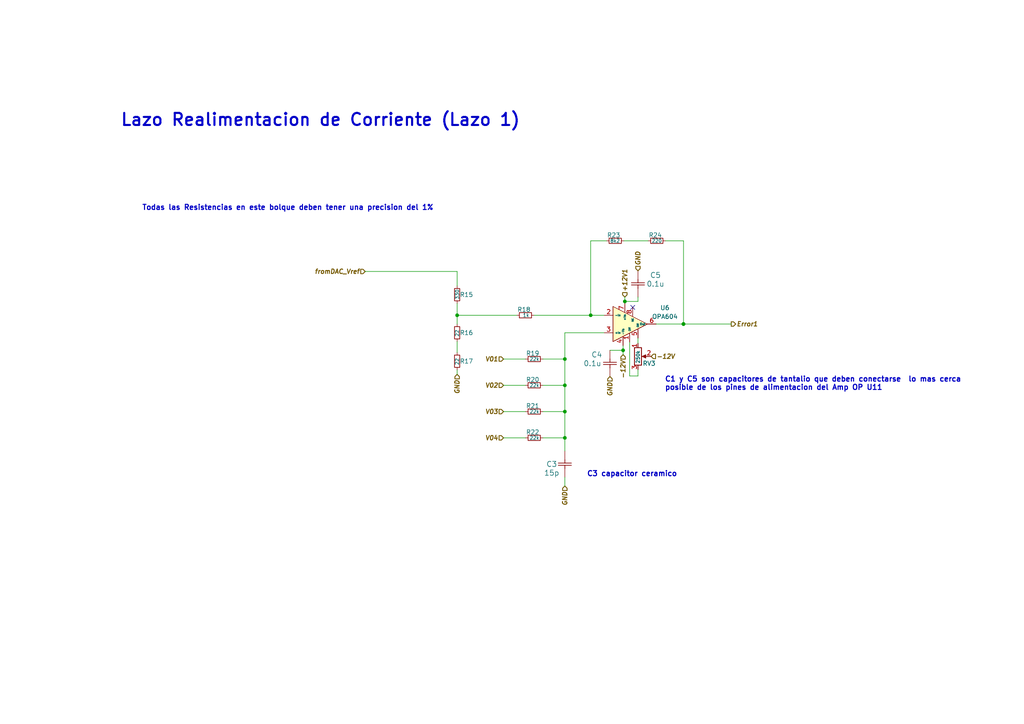
<source format=kicad_sch>
(kicad_sch (version 20211123) (generator eeschema)
  (paper "A4")
  (lib_symbols
    (symbol "CEDCp:OPA604"
      (property "Reference" "U" (at -3.81 6.096 0))
      (property "Value" "OPA604" (at 8.636 -4.064 0))
      (symbol "OPA604_0_1"
        (polyline (pts (xy -3.81 4.572) (xy -3.81 -5.588) (xy 6.223 -0.508)))
        (polyline (pts (xy -3.81 4.572) (xy 6.096 -0.508) (xy -3.81 -5.588) (xy -3.81 4.572) (xy 6.096 -0.508)) (fill (type background)))
      )
      (symbol "OPA604_1_1"
        (pin input line (at 1.016 -5.715 90) (length 2.54) (name "Off") (number "1"))
        (pin input line (at -6.35 2.032 0) (length 2.54) (name "-In") (number "2"))
        (pin input line (at -6.35 -3.048 0) (length 2.54) (name "+In") (number "3"))
        (pin input line (at -0.889 -6.731 90) (length 2.54) (name "-Vs") (number "4"))
        (pin input line (at 3.429 -4.572 90) (length 2.54) (name "Off") (number "5"))
        (pin input line (at 8.6868 -0.508 180) (length 2.54) (name "Out") (number "6"))
        (pin input line (at -0.381 5.461 270) (length 2.54) (name "+Vs") (number "7"))
        (pin input line (at 1.905 4.318 270) (length 2.54) (name "NC") (number "8"))
      )
    )
    (symbol "Capacitor_2:C315C222K1R5CA" (pin_numbers hide) (pin_names (offset 1.651) hide)
      (property "Reference" "C" (at 3.81 3.81 0))
      (property "Value" "Capacitor_2_C315C222K1R5CA" (at 3.81 -7.62 0))
      (symbol "C315C222K1R5CA_1_1"
        (polyline (pts (xy 2.54 0) (xy 3.4798 0)) (stroke (width 0.2032)))
        (polyline (pts (xy 3.4798 -1.905) (xy 3.4798 1.905)) (stroke (width 0.2032)))
        (polyline (pts (xy 4.1148 -1.905) (xy 4.1148 1.905)) (stroke (width 0.2032)))
        (polyline (pts (xy 4.1148 0) (xy 5.08 0)) (stroke (width 0.2032)))
        (pin unspecified line (at 0 0 0) (length 2.54) (name "1") (number "1"))
        (pin unspecified line (at 7.62 0 180) (length 2.54) (name "2") (number "2"))
      )
    )
    (symbol "Device:R_Potentiometer" (pin_names (offset 1.016) hide)
      (property "Reference" "RV" (at -4.445 0 90))
      (property "Value" "R_Potentiometer" (at -2.54 0 90))
      (symbol "R_Potentiometer_0_1"
        (polyline (pts (xy 2.54 0) (xy 1.524 0)))
        (polyline (pts (xy 1.143 0) (xy 2.286 0.508) (xy 2.286 -0.508) (xy 1.143 0)) (fill (type outline)))
        (rectangle (start 1.016 2.54) (end -1.016 -2.54) (stroke (width 0.254)))
      )
      (symbol "R_Potentiometer_1_1"
        (pin passive line (at 0 3.81 270) (length 1.27) (name "1") (number "1"))
        (pin passive line (at 3.81 0 180) (length 1.27) (name "2") (number "2"))
        (pin passive line (at 0 -3.81 90) (length 1.27) (name "3") (number "3"))
      )
    )
    (symbol "Device:R_Small" (pin_numbers hide) (pin_names (offset 0.254) hide)
      (property "Reference" "R" (at 0.762 0.508 0))
      (property "Value" "R_Small" (at 0.762 -1.016 0))
      (symbol "R_Small_0_1"
        (rectangle (start -0.762 1.778) (end 0.762 -1.778) (stroke (width 0.2032)))
      )
      (symbol "R_Small_1_1"
        (pin passive line (at 0 2.54 270) (length 0.762) (name "~") (number "1"))
        (pin passive line (at 0 -2.54 90) (length 0.762) (name "~") (number "2"))
      )
    )
  )
  (junction (at 171.323 91.44))
  (junction (at 181.229 87.4268))
  (junction (at 163.83 104.14))
  (junction (at 198.247 93.98))
  (junction (at 163.83 111.76))
  (junction (at 198.2216 93.98))
  (junction (at 163.83 119.38))
  (junction (at 180.721 101.6))
  (junction (at 163.83 127))
  (junction (at 132.588 91.44))
  (no_connect (at 183.515 89.154))
  (wire (pts (xy 181.229 86.1568) (xy 181.229 87.4268)))
  (wire (pts (xy 182.626 109.0422) (xy 185.039 109.0422)))
  (wire (pts (xy 146.05 127) (xy 152.4 127)))
  (wire (pts (xy 132.588 88.011) (xy 132.588 91.44)))
  (wire (pts (xy 154.94 91.44) (xy 171.323 91.44)))
  (wire (pts (xy 146.05 119.38) (xy 152.4 119.38)))
  (wire (pts (xy 185.039 87.4268) (xy 181.229 87.4268)))
  (wire (pts (xy 171.323 91.44) (xy 175.26 91.44)))
  (wire (pts (xy 190.2968 93.98) (xy 198.2216 93.98)))
  (wire (pts (xy 132.588 78.74) (xy 132.588 82.931)))
  (wire (pts (xy 132.588 99.06) (xy 132.588 102.235)))
  (wire (pts (xy 157.48 111.76) (xy 163.83 111.76)))
  (wire (pts (xy 163.83 119.38) (xy 163.83 127)))
  (wire (pts (xy 175.26 96.52) (xy 163.83 96.52)))
  (wire (pts (xy 157.48 119.38) (xy 163.83 119.38)))
  (wire (pts (xy 180.721 100.203) (xy 180.721 101.6)))
  (wire (pts (xy 181.229 87.4268) (xy 181.229 88.011)))
  (wire (pts (xy 185.039 98.044) (xy 185.039 99.568)))
  (wire (pts (xy 157.48 127) (xy 163.83 127)))
  (wire (pts (xy 132.588 91.44) (xy 132.588 93.98)))
  (wire (pts (xy 105.918 78.74) (xy 132.588 78.74)))
  (wire (pts (xy 163.83 138.43) (xy 163.83 140.97)))
  (wire (pts (xy 198.247 93.98) (xy 212.09 93.98)))
  (wire (pts (xy 182.626 99.187) (xy 182.626 109.0422)))
  (wire (pts (xy 180.975 69.85) (xy 187.96 69.85)))
  (wire (pts (xy 157.48 104.14) (xy 163.83 104.14)))
  (wire (pts (xy 163.83 127) (xy 163.83 130.81)))
  (wire (pts (xy 175.895 69.85) (xy 171.323 69.85)))
  (wire (pts (xy 193.04 69.85) (xy 198.247 69.85)))
  (wire (pts (xy 185.039 107.188) (xy 185.039 109.0422)))
  (wire (pts (xy 198.247 69.85) (xy 198.247 93.98)))
  (wire (pts (xy 163.83 96.52) (xy 163.83 104.14)))
  (wire (pts (xy 146.05 111.76) (xy 152.4 111.76)))
  (wire (pts (xy 163.83 111.76) (xy 163.83 119.38)))
  (wire (pts (xy 185.039 86.1568) (xy 185.039 87.4268)))
  (wire (pts (xy 132.588 91.44) (xy 149.86 91.44)))
  (wire (pts (xy 180.721 102.87) (xy 180.721 101.6)))
  (wire (pts (xy 163.83 104.14) (xy 163.83 111.76)))
  (wire (pts (xy 146.05 104.14) (xy 152.4 104.14)))
  (wire (pts (xy 180.721 101.6) (xy 176.911 101.6)))
  (wire (pts (xy 132.588 107.315) (xy 132.588 108.585)))
  (wire (pts (xy 171.323 69.85) (xy 171.323 91.44)))
  (text "C3 capacitor ceramico" (at 170.18 138.43 0) (effects (font (size 1.4986 1.4986) (thickness 0.2997) bold) (justify left bottom)))
  (text "Lazo Realimentacion de Corriente (Lazo 1)" (at 34.798 36.957 0) (effects (font (size 3.5 3.5) (thickness 0.5994) bold) (justify left bottom)))
  (text "Todas las Resistencias en este bolque deben tener una precision del 1%" (at 41.148 61.214 0) (effects (font (size 1.4986 1.4986) (thickness 0.2997) bold) (justify left bottom)))
  (text "C1 y C5 son capacitores de tantalio que deben conectarse  lo mas cerca\nposible de los pines de alimentacion del Amp OP U11" (at 192.786 113.411 0) (effects (font (size 1.4986 1.4986) (thickness 0.2997) bold) (justify left bottom)))
  (hierarchical_label "V01" (shape input) (at 146.05 104.14 180) (effects (font (size 1.2954 1.2954) (thickness 0.2591) bold italic)))
  (hierarchical_label "GND" (shape input) (at 163.83 140.97 270) (effects (font (size 1.2954 1.2954) (thickness 0.2591) bold italic)))
  (hierarchical_label "V03" (shape input) (at 146.05 119.38 180) (effects (font (size 1.2954 1.2954) (thickness 0.2591) bold italic)))
  (hierarchical_label "fromDAC_Vref" (shape input) (at 105.918 78.74 180) (effects (font (size 1.2954 1.2954) (thickness 0.2591) bold italic)))
  (hierarchical_label "-12V" (shape input) (at 180.721 102.87 270) (effects (font (size 1.2954 1.2954) (thickness 0.2591) bold italic)))
  (hierarchical_label "+12V1" (shape input) (at 181.229 86.1568 90) (effects (font (size 1.2954 1.2954) (thickness 0.2591) bold italic)))
  (hierarchical_label "V02" (shape input) (at 146.05 111.76 180) (effects (font (size 1.2954 1.2954) (thickness 0.2591) bold italic)))
  (hierarchical_label "Error1" (shape output) (at 212.09 93.98 0) (effects (font (size 1.2954 1.2954) (thickness 0.2591) bold italic)))
  (hierarchical_label "-12V" (shape input) (at 188.849 103.378 0) (effects (font (size 1.2954 1.2954) (thickness 0.2591) bold italic)))
  (hierarchical_label "GND" (shape input) (at 185.039 78.5368 90) (effects (font (size 1.2954 1.2954) (thickness 0.2591) bold italic)))
  (hierarchical_label "GND" (shape input) (at 132.588 108.585 270) (effects (font (size 1.2954 1.2954) (thickness 0.2591) bold italic)))
  (hierarchical_label "GND" (shape input) (at 176.911 109.22 270) (effects (font (size 1.2954 1.2954) (thickness 0.2591) bold italic)))
  (hierarchical_label "V04" (shape input) (at 146.05 127 180) (effects (font (size 1.2954 1.2954) (thickness 0.2591) bold italic)))
  (symbol (lib_id "Capacitor_2:C315C222K1R5CA") (at 163.83 138.43 90) (unit 1)
    (property "Reference" "C3" (at 160.02 134.62 90) (effects (font (size 1.524 1.524))))
    (property "Value" "15p" (at 160.02 137.16 90) (effects (font (size 1.524 1.524))))
    (property "Footprint" "Capacitor_THT:C_Disc_D7.5mm_W2.5mm_P5.00mm" (effects hide))
  )
  (symbol (lib_id "Capacitor_2:C315C222K1R5CA") (at 176.911 101.6 270) (unit 1)
    (property "Reference" "C4" (at 173.101 102.87 90) (effects (font (size 1.524 1.524))))
    (property "Value" "0.1u" (at 171.831 105.41 90) (effects (font (size 1.524 1.524))))
    (property "Footprint" "Capacitor_THT:C_Disc_D7.5mm_W2.5mm_P5.00mm" (effects hide))
  )
  (symbol (lib_id "Capacitor_2:C315C222K1R5CA") (at 185.039 78.5368 270) (unit 1)
    (property "Reference" "C5" (at 190.119 79.8068 90) (effects (font (size 1.524 1.524))))
    (property "Value" "0.1u" (at 190.119 82.3468 90) (effects (font (size 1.524 1.524))))
    (property "Footprint" "Capacitor_THT:C_Disc_D7.5mm_W2.5mm_P5.00mm" (effects hide))
  )
  (symbol (lib_id "Device:R_Small") (at 132.588 85.471 0) (unit 1)
    (property "Reference" "R15" (at 133.35 85.471 0) (effects (justify left)))
    (property "Value" "330" (at 132.6134 86.9188 90) (effects (font (size 1 1)) (justify left)))
    (property "Footprint" "CEDCp:Resistencia_0,25W" (effects hide))
  )
  (symbol (lib_id "Device:R_Small") (at 154.94 104.14 90) (unit 1)
    (property "Reference" "R19" (at 156.464 102.489 90) (effects (justify left)))
    (property "Value" "22k" (at 156.464 104.14 90) (effects (font (size 1 1)) (justify left)))
    (property "Footprint" "CEDCp:Resistencia_0,25W" (effects hide))
  )
  (symbol (lib_id "CEDCp:OPA604") (at 181.61 93.472 0) (unit 1)
    (property "Reference" "U6" (at 192.8622 89.281 0))
    (property "Value" "OPA604" (at 192.8622 91.821 0))
    (property "Footprint" "CEDCp:OPA604" (effects hide))
  )
  (symbol (lib_id "Device:R_Small") (at 154.94 111.76 90) (unit 1)
    (property "Reference" "R20" (at 156.464 110.109 90) (effects (justify left)))
    (property "Value" "22k" (at 156.464 111.76 90) (effects (font (size 1 1)) (justify left)))
    (property "Footprint" "CEDCp:Resistencia_0,25W" (effects hide))
  )
  (symbol (lib_id "Device:R_Potentiometer") (at 185.039 103.378 0) (unit 1)
    (property "Reference" "RV3" (at 190.1698 105.41 0) (effects (justify right)))
    (property "Value" "250k" (at 185.039 101.6 90) (effects (font (size 1 1)) (justify right)))
    (property "Footprint" "CEDCp:Preset_Multivueltas_Vertical" (effects hide))
  )
  (symbol (lib_id "Device:R_Small") (at 152.4 91.44 90) (unit 1)
    (property "Reference" "R18" (at 153.924 89.789 90) (effects (justify left)))
    (property "Value" "1k" (at 153.543 91.44 90) (effects (font (size 1 1)) (justify left)))
    (property "Footprint" "CEDCp:Resistencia_0,25W" (effects hide))
  )
  (symbol (lib_id "Device:R_Small") (at 132.588 104.775 0) (unit 1)
    (property "Reference" "R17" (at 133.35 104.775 0) (effects (justify left)))
    (property "Value" "22" (at 132.588 105.918 90) (effects (font (size 1 1)) (justify left)))
    (property "Footprint" "CEDCp:Resistencia_0,25W" (effects hide))
  )
  (symbol (lib_id "Device:R_Small") (at 178.435 69.85 90) (unit 1)
    (property "Reference" "R23" (at 179.959 68.199 90) (effects (justify left)))
    (property "Value" "8k2" (at 179.832 69.85 90) (effects (font (size 1 1)) (justify left)))
    (property "Footprint" "CEDCp:Resistencia_0,25W" (effects hide))
  )
  (symbol (lib_id "Device:R_Small") (at 154.94 119.38 90) (unit 1)
    (property "Reference" "R21" (at 156.464 117.729 90) (effects (justify left)))
    (property "Value" "22k" (at 156.464 119.38 90) (effects (font (size 1 1)) (justify left)))
    (property "Footprint" "CEDCp:Resistencia_0,25W" (effects hide))
  )
  (symbol (lib_id "Device:R_Small") (at 154.94 127 90) (unit 1)
    (property "Reference" "R22" (at 156.464 125.349 90) (effects (justify left)))
    (property "Value" "22k" (at 156.464 127 90) (effects (font (size 1 1)) (justify left)))
    (property "Footprint" "CEDCp:Resistencia_0,25W" (effects hide))
  )
  (symbol (lib_id "Device:R_Small") (at 132.588 96.52 0) (unit 1)
    (property "Reference" "R16" (at 133.35 96.52 0) (effects (justify left)))
    (property "Value" "22" (at 132.588 97.663 90) (effects (font (size 1 1)) (justify left)))
    (property "Footprint" "CEDCp:Resistencia_0,25W" (effects hide))
  )
  (symbol (lib_id "Device:R_Small") (at 190.5 69.85 90) (unit 1)
    (property "Reference" "R24" (at 192.024 68.199 90) (effects (justify left)))
    (property "Value" "220" (at 192.024 69.85 90) (effects (font (size 1 1)) (justify left)))
    (property "Footprint" "CEDCp:Resistencia_0,25W" (effects hide))
  )
)
</source>
